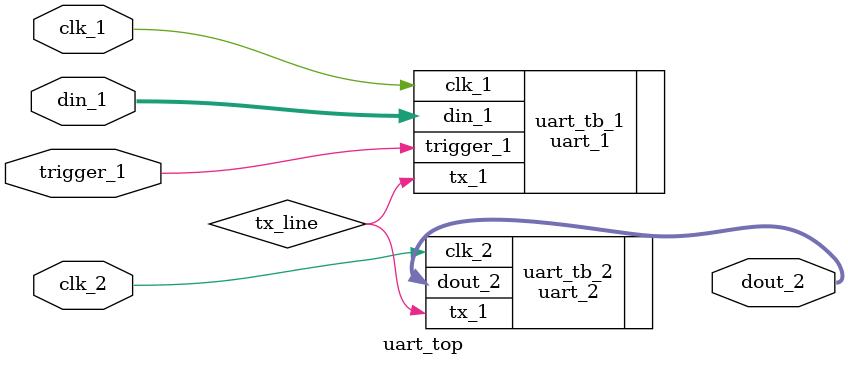
<source format=v>
module uart_top
(
    input wire clk_1,
    input wire [7:0] din_1, 
    input wire trigger_1,

    input wire clk_2,

    output wire [8:0] dout_2
);

            wire tx_line;

        uart_1 uart_tb_1( .clk_1(clk_1), .din_1(din_1), .trigger_1(trigger_1), .tx_1(tx_line) );
        
        uart_2 uart_tb_2( .clk_2(clk_2), .tx_1(tx_line), .dout_2(dout_2) );

endmodule
</source>
